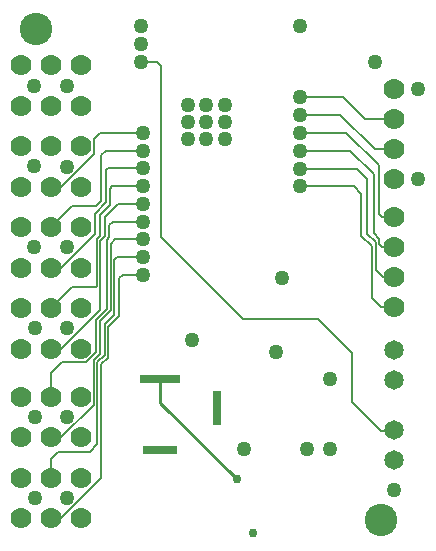
<source format=gbl>
G04 Layer_Physical_Order=4*
G04 Layer_Color=11436288*
%FSAX24Y24*%
%MOIN*%
G70*
G01*
G75*
%ADD26C,0.0100*%
%ADD29C,0.0050*%
%ADD40C,0.0700*%
%ADD41C,0.0650*%
%ADD42R,0.1181X0.0315*%
%ADD43R,0.0315X0.1181*%
%ADD44R,0.1378X0.0315*%
%ADD45C,0.1083*%
%ADD46C,0.0500*%
%ADD47C,0.0300*%
D26*
X027300Y033800D02*
Y034600D01*
Y033800D02*
X029850Y031250D01*
D29*
X035060Y032850D02*
X035100Y032890D01*
X034650Y032850D02*
X035060D01*
X023650Y039650D02*
X024360Y040360D01*
X025170D01*
X025330Y040520D01*
X023984Y038300D02*
X025120Y039436D01*
X023650Y038300D02*
X023984D01*
X025190Y039270D02*
X025280Y039360D01*
X025190Y037710D02*
Y039270D01*
X025140Y037660D02*
X025190Y037710D01*
X024360Y037660D02*
X025140D01*
X023650Y036950D02*
X024360Y037660D01*
X023650Y035600D02*
X024000D01*
X025300Y036900D01*
Y039210D01*
X025440Y039350D01*
X023989Y041000D02*
X025085Y042096D01*
X023650Y034000D02*
Y034790D01*
X024025Y035165D01*
X024830D01*
X025160Y035495D01*
Y036570D01*
X025510Y036920D01*
Y039240D01*
X025600Y039330D01*
X025290Y036540D02*
X025640Y036890D01*
X025290Y035430D02*
Y036540D01*
X025085Y035225D02*
X025290Y035430D01*
X025085Y033740D02*
Y035225D01*
X023995Y032650D02*
X025085Y033740D01*
X023650Y032650D02*
X023995D01*
X025440Y036430D02*
X025750Y036740D01*
X025440Y035410D02*
Y036430D01*
X025195Y035165D02*
X025440Y035410D01*
X025195Y032415D02*
Y035165D01*
X024950Y032170D02*
X025195Y032415D01*
X023650Y031300D02*
Y031940D01*
X023880Y032170D01*
X024950D01*
X023650Y041000D02*
X023989D01*
X025930Y036710D02*
Y037960D01*
X025560Y036340D02*
X025930Y036710D01*
X025560Y035310D02*
Y036340D01*
X025330Y035080D02*
X025560Y035310D01*
X025330Y031296D02*
Y035080D01*
X023650Y029950D02*
X023984D01*
X025330Y031296D01*
X025085Y042096D02*
Y042585D01*
X025300Y042800D01*
X026710D01*
X025330Y040520D02*
Y042050D01*
X025489Y042209D01*
X026710D01*
X025500Y041560D02*
X025557Y041617D01*
X026710D01*
X025610Y040940D02*
X025696Y041026D01*
X026710D01*
X025120Y039436D02*
Y040110D01*
X025280Y039360D02*
Y040050D01*
X025120Y040110D02*
X025500Y040490D01*
Y041560D01*
X025280Y040050D02*
X025610Y040380D01*
Y040940D01*
X025875Y040435D02*
X026710D01*
X025440Y040000D02*
X025875Y040435D01*
X025440Y039350D02*
Y040000D01*
X025600Y039330D02*
Y039740D01*
X025704Y039844D01*
X026710D01*
X025640Y036890D02*
Y039110D01*
X025780Y039250D01*
X026707D01*
X026710Y039253D01*
X025750Y036740D02*
Y038550D01*
X025861Y038661D01*
X026710D01*
X025930Y037960D02*
X026040Y038070D01*
X026710D01*
X033680Y033820D02*
X034650Y032850D01*
X033680Y033820D02*
Y035470D01*
X032570Y036580D02*
X033680Y035470D01*
X030060Y036580D02*
X032570D01*
X027320Y039320D02*
X030060Y036580D01*
X027320Y039320D02*
Y045030D01*
X027200Y045150D02*
X027320Y045030D01*
X026650Y045150D02*
X027200D01*
X031960Y043984D02*
X033386D01*
X034120Y043250D01*
X035100D01*
X031960Y043393D02*
X033298D01*
X031960Y042801D02*
X031969Y042810D01*
X033500D01*
X031960Y042210D02*
X033630D01*
X034410Y041430D01*
X031960Y041611D02*
X033849D01*
X031960Y041020D02*
X033750D01*
X033849Y041611D02*
X034200Y041260D01*
X033750Y041020D02*
X034000Y040770D01*
X034640Y037000D02*
X035100D01*
X034200Y039430D02*
Y041260D01*
X034000Y039370D02*
Y040770D01*
X034340Y037300D02*
X034640Y037000D01*
X034340Y037300D02*
Y039030D01*
X034000Y039370D02*
X034340Y039030D01*
X034680Y039000D02*
X035100D01*
X034720Y038000D02*
X035100D01*
X034600Y039080D02*
X034680Y039000D01*
X034480Y038240D02*
X034720Y038000D01*
X034480Y038240D02*
Y039150D01*
X034200Y039430D02*
X034480Y039150D01*
X034410Y039800D02*
Y041430D01*
X034600Y039080D02*
Y039270D01*
X034410Y039460D02*
X034600Y039270D01*
X034410Y039460D02*
Y041430D01*
X034700Y040000D02*
X035100D01*
X034590Y040110D02*
X034700Y040000D01*
X033500Y042810D02*
X034590Y041720D01*
Y040110D02*
Y041720D01*
X034440Y042250D02*
X035100D01*
X033298Y043393D02*
X034440Y042250D01*
D40*
X035100Y044250D02*
D03*
Y043250D02*
D03*
Y042250D02*
D03*
Y041250D02*
D03*
Y040000D02*
D03*
Y039000D02*
D03*
Y038000D02*
D03*
Y037000D02*
D03*
X022650Y042350D02*
D03*
X023650D02*
D03*
X024650D02*
D03*
X022650Y045050D02*
D03*
X023650D02*
D03*
X024650D02*
D03*
X022650Y043700D02*
D03*
X023650D02*
D03*
X024650D02*
D03*
X022650Y041000D02*
D03*
X023650D02*
D03*
X024650D02*
D03*
X022650Y039650D02*
D03*
X023650D02*
D03*
X024650D02*
D03*
X022650Y038300D02*
D03*
X023650D02*
D03*
X024650D02*
D03*
X022650Y036950D02*
D03*
X023650D02*
D03*
X024650D02*
D03*
X022650Y035600D02*
D03*
X023650D02*
D03*
X024650D02*
D03*
X022650Y034000D02*
D03*
X023650D02*
D03*
X024650D02*
D03*
X022650Y032650D02*
D03*
X023650D02*
D03*
X024650D02*
D03*
X022650Y031300D02*
D03*
X023650D02*
D03*
X024650D02*
D03*
X022650Y029950D02*
D03*
X023650D02*
D03*
X024650D02*
D03*
D41*
X035100Y034550D02*
D03*
Y035550D02*
D03*
Y031890D02*
D03*
Y032890D02*
D03*
D42*
X027300Y032238D02*
D03*
D43*
X029190Y033616D02*
D03*
D44*
X027300Y034600D02*
D03*
D45*
X034670Y029880D02*
D03*
X023150Y046270D02*
D03*
D46*
X026650Y046350D02*
D03*
Y045750D02*
D03*
X035090Y030890D02*
D03*
X028350Y035900D02*
D03*
X031150Y035500D02*
D03*
X032200Y032250D02*
D03*
X032950D02*
D03*
Y034600D02*
D03*
X030100Y032250D02*
D03*
X023100Y041680D02*
D03*
Y038980D02*
D03*
X023110Y036280D02*
D03*
X023120Y033320D02*
D03*
Y030620D02*
D03*
X023100Y044370D02*
D03*
X024180D02*
D03*
X024190Y041675D02*
D03*
Y038980D02*
D03*
X024180Y036280D02*
D03*
X024190Y033320D02*
D03*
X024180Y030620D02*
D03*
X026710Y041026D02*
D03*
Y040435D02*
D03*
X028827Y043740D02*
D03*
X028207D02*
D03*
X029447D02*
D03*
Y043161D02*
D03*
X028207D02*
D03*
X028827D02*
D03*
X029447Y042590D02*
D03*
X028827D02*
D03*
X028207D02*
D03*
X026710Y039844D02*
D03*
Y039253D02*
D03*
Y038661D02*
D03*
Y038070D02*
D03*
Y042209D02*
D03*
Y042800D02*
D03*
Y041617D02*
D03*
X026650Y045150D02*
D03*
X031960Y042801D02*
D03*
Y043984D02*
D03*
Y043393D02*
D03*
Y042210D02*
D03*
Y041020D02*
D03*
Y041611D02*
D03*
X035900Y041250D02*
D03*
Y044250D02*
D03*
X031960Y046350D02*
D03*
X034460Y045170D02*
D03*
X031360Y037970D02*
D03*
D47*
X029850Y031250D02*
D03*
X030400Y029450D02*
D03*
M02*

</source>
